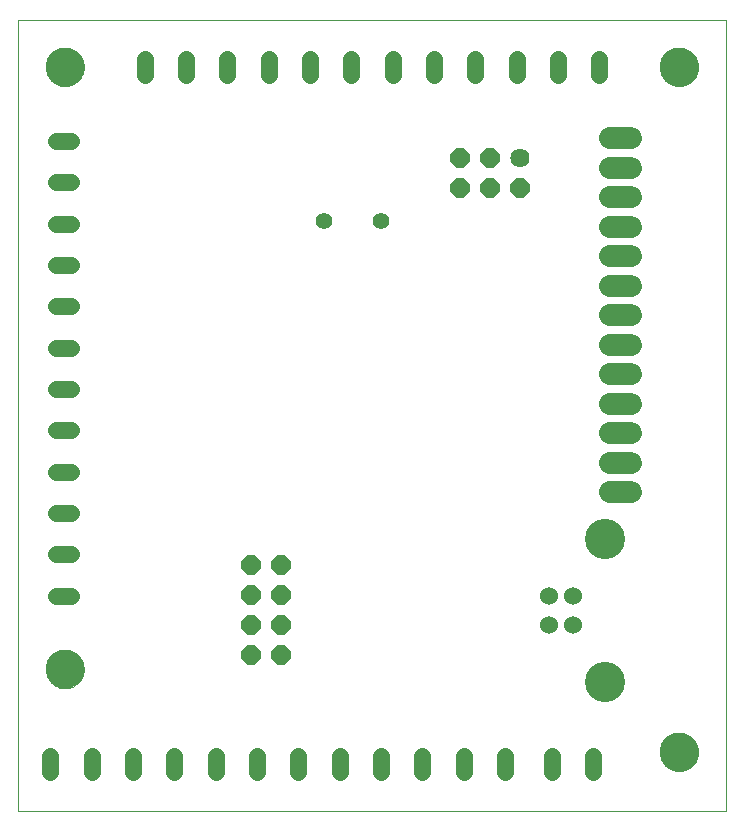
<source format=gbs>
G75*
%MOIN*%
%OFA0B0*%
%FSLAX24Y24*%
%IPPOS*%
%LPD*%
%AMOC8*
5,1,8,0,0,1.08239X$1,22.5*
%
%ADD10C,0.0000*%
%ADD11C,0.0560*%
%ADD12C,0.0555*%
%ADD13C,0.0740*%
%ADD14C,0.0640*%
%ADD15OC8,0.0640*%
%ADD16C,0.0600*%
%ADD17C,0.1340*%
%ADD18C,0.1300*%
D10*
X000389Y000891D02*
X000389Y027269D01*
X024011Y027269D01*
X024011Y000891D01*
X000389Y000891D01*
X001333Y005615D02*
X001335Y005665D01*
X001341Y005715D01*
X001351Y005764D01*
X001365Y005812D01*
X001382Y005859D01*
X001403Y005904D01*
X001428Y005948D01*
X001456Y005989D01*
X001488Y006028D01*
X001522Y006065D01*
X001559Y006099D01*
X001599Y006129D01*
X001641Y006156D01*
X001685Y006180D01*
X001731Y006201D01*
X001778Y006217D01*
X001826Y006230D01*
X001876Y006239D01*
X001925Y006244D01*
X001976Y006245D01*
X002026Y006242D01*
X002075Y006235D01*
X002124Y006224D01*
X002172Y006209D01*
X002218Y006191D01*
X002263Y006169D01*
X002306Y006143D01*
X002347Y006114D01*
X002386Y006082D01*
X002422Y006047D01*
X002454Y006009D01*
X002484Y005969D01*
X002511Y005926D01*
X002534Y005882D01*
X002553Y005836D01*
X002569Y005788D01*
X002581Y005739D01*
X002589Y005690D01*
X002593Y005640D01*
X002593Y005590D01*
X002589Y005540D01*
X002581Y005491D01*
X002569Y005442D01*
X002553Y005394D01*
X002534Y005348D01*
X002511Y005304D01*
X002484Y005261D01*
X002454Y005221D01*
X002422Y005183D01*
X002386Y005148D01*
X002347Y005116D01*
X002306Y005087D01*
X002263Y005061D01*
X002218Y005039D01*
X002172Y005021D01*
X002124Y005006D01*
X002075Y004995D01*
X002026Y004988D01*
X001976Y004985D01*
X001925Y004986D01*
X001876Y004991D01*
X001826Y005000D01*
X001778Y005013D01*
X001731Y005029D01*
X001685Y005050D01*
X001641Y005074D01*
X001599Y005101D01*
X001559Y005131D01*
X001522Y005165D01*
X001488Y005202D01*
X001456Y005241D01*
X001428Y005282D01*
X001403Y005326D01*
X001382Y005371D01*
X001365Y005418D01*
X001351Y005466D01*
X001341Y005515D01*
X001335Y005565D01*
X001333Y005615D01*
X001333Y025694D02*
X001335Y025744D01*
X001341Y025794D01*
X001351Y025843D01*
X001365Y025891D01*
X001382Y025938D01*
X001403Y025983D01*
X001428Y026027D01*
X001456Y026068D01*
X001488Y026107D01*
X001522Y026144D01*
X001559Y026178D01*
X001599Y026208D01*
X001641Y026235D01*
X001685Y026259D01*
X001731Y026280D01*
X001778Y026296D01*
X001826Y026309D01*
X001876Y026318D01*
X001925Y026323D01*
X001976Y026324D01*
X002026Y026321D01*
X002075Y026314D01*
X002124Y026303D01*
X002172Y026288D01*
X002218Y026270D01*
X002263Y026248D01*
X002306Y026222D01*
X002347Y026193D01*
X002386Y026161D01*
X002422Y026126D01*
X002454Y026088D01*
X002484Y026048D01*
X002511Y026005D01*
X002534Y025961D01*
X002553Y025915D01*
X002569Y025867D01*
X002581Y025818D01*
X002589Y025769D01*
X002593Y025719D01*
X002593Y025669D01*
X002589Y025619D01*
X002581Y025570D01*
X002569Y025521D01*
X002553Y025473D01*
X002534Y025427D01*
X002511Y025383D01*
X002484Y025340D01*
X002454Y025300D01*
X002422Y025262D01*
X002386Y025227D01*
X002347Y025195D01*
X002306Y025166D01*
X002263Y025140D01*
X002218Y025118D01*
X002172Y025100D01*
X002124Y025085D01*
X002075Y025074D01*
X002026Y025067D01*
X001976Y025064D01*
X001925Y025065D01*
X001876Y025070D01*
X001826Y025079D01*
X001778Y025092D01*
X001731Y025108D01*
X001685Y025129D01*
X001641Y025153D01*
X001599Y025180D01*
X001559Y025210D01*
X001522Y025244D01*
X001488Y025281D01*
X001456Y025320D01*
X001428Y025361D01*
X001403Y025405D01*
X001382Y025450D01*
X001365Y025497D01*
X001351Y025545D01*
X001341Y025594D01*
X001335Y025644D01*
X001333Y025694D01*
X021806Y025694D02*
X021808Y025744D01*
X021814Y025794D01*
X021824Y025843D01*
X021838Y025891D01*
X021855Y025938D01*
X021876Y025983D01*
X021901Y026027D01*
X021929Y026068D01*
X021961Y026107D01*
X021995Y026144D01*
X022032Y026178D01*
X022072Y026208D01*
X022114Y026235D01*
X022158Y026259D01*
X022204Y026280D01*
X022251Y026296D01*
X022299Y026309D01*
X022349Y026318D01*
X022398Y026323D01*
X022449Y026324D01*
X022499Y026321D01*
X022548Y026314D01*
X022597Y026303D01*
X022645Y026288D01*
X022691Y026270D01*
X022736Y026248D01*
X022779Y026222D01*
X022820Y026193D01*
X022859Y026161D01*
X022895Y026126D01*
X022927Y026088D01*
X022957Y026048D01*
X022984Y026005D01*
X023007Y025961D01*
X023026Y025915D01*
X023042Y025867D01*
X023054Y025818D01*
X023062Y025769D01*
X023066Y025719D01*
X023066Y025669D01*
X023062Y025619D01*
X023054Y025570D01*
X023042Y025521D01*
X023026Y025473D01*
X023007Y025427D01*
X022984Y025383D01*
X022957Y025340D01*
X022927Y025300D01*
X022895Y025262D01*
X022859Y025227D01*
X022820Y025195D01*
X022779Y025166D01*
X022736Y025140D01*
X022691Y025118D01*
X022645Y025100D01*
X022597Y025085D01*
X022548Y025074D01*
X022499Y025067D01*
X022449Y025064D01*
X022398Y025065D01*
X022349Y025070D01*
X022299Y025079D01*
X022251Y025092D01*
X022204Y025108D01*
X022158Y025129D01*
X022114Y025153D01*
X022072Y025180D01*
X022032Y025210D01*
X021995Y025244D01*
X021961Y025281D01*
X021929Y025320D01*
X021901Y025361D01*
X021876Y025405D01*
X021855Y025450D01*
X021838Y025497D01*
X021824Y025545D01*
X021814Y025594D01*
X021808Y025644D01*
X021806Y025694D01*
X021806Y002859D02*
X021808Y002909D01*
X021814Y002959D01*
X021824Y003008D01*
X021838Y003056D01*
X021855Y003103D01*
X021876Y003148D01*
X021901Y003192D01*
X021929Y003233D01*
X021961Y003272D01*
X021995Y003309D01*
X022032Y003343D01*
X022072Y003373D01*
X022114Y003400D01*
X022158Y003424D01*
X022204Y003445D01*
X022251Y003461D01*
X022299Y003474D01*
X022349Y003483D01*
X022398Y003488D01*
X022449Y003489D01*
X022499Y003486D01*
X022548Y003479D01*
X022597Y003468D01*
X022645Y003453D01*
X022691Y003435D01*
X022736Y003413D01*
X022779Y003387D01*
X022820Y003358D01*
X022859Y003326D01*
X022895Y003291D01*
X022927Y003253D01*
X022957Y003213D01*
X022984Y003170D01*
X023007Y003126D01*
X023026Y003080D01*
X023042Y003032D01*
X023054Y002983D01*
X023062Y002934D01*
X023066Y002884D01*
X023066Y002834D01*
X023062Y002784D01*
X023054Y002735D01*
X023042Y002686D01*
X023026Y002638D01*
X023007Y002592D01*
X022984Y002548D01*
X022957Y002505D01*
X022927Y002465D01*
X022895Y002427D01*
X022859Y002392D01*
X022820Y002360D01*
X022779Y002331D01*
X022736Y002305D01*
X022691Y002283D01*
X022645Y002265D01*
X022597Y002250D01*
X022548Y002239D01*
X022499Y002232D01*
X022449Y002229D01*
X022398Y002230D01*
X022349Y002235D01*
X022299Y002244D01*
X022251Y002257D01*
X022204Y002273D01*
X022158Y002294D01*
X022114Y002318D01*
X022072Y002345D01*
X022032Y002375D01*
X021995Y002409D01*
X021961Y002446D01*
X021929Y002485D01*
X021901Y002526D01*
X021876Y002570D01*
X021855Y002615D01*
X021838Y002662D01*
X021824Y002710D01*
X021814Y002759D01*
X021808Y002809D01*
X021806Y002859D01*
D11*
X012510Y020576D03*
X010610Y020576D03*
D12*
X010133Y025436D02*
X010133Y025951D01*
X008755Y025951D02*
X008755Y025436D01*
X007377Y025436D02*
X007377Y025951D01*
X005999Y025951D02*
X005999Y025436D01*
X004621Y025436D02*
X004621Y025951D01*
X002172Y023233D02*
X001657Y023233D01*
X001657Y021855D02*
X002172Y021855D01*
X002172Y020477D02*
X001657Y020477D01*
X001657Y019099D02*
X002172Y019099D01*
X002172Y017721D02*
X001657Y017721D01*
X001657Y016343D02*
X002172Y016343D01*
X002172Y014965D02*
X001657Y014965D01*
X001657Y013587D02*
X002172Y013587D01*
X002172Y012209D02*
X001657Y012209D01*
X001657Y010831D02*
X002172Y010831D01*
X002172Y009454D02*
X001657Y009454D01*
X001657Y008076D02*
X002172Y008076D01*
X002849Y002723D02*
X002849Y002208D01*
X001471Y002208D02*
X001471Y002723D01*
X004227Y002723D02*
X004227Y002208D01*
X005605Y002208D02*
X005605Y002723D01*
X006983Y002723D02*
X006983Y002208D01*
X008361Y002208D02*
X008361Y002723D01*
X009739Y002723D02*
X009739Y002208D01*
X011117Y002208D02*
X011117Y002723D01*
X012495Y002723D02*
X012495Y002208D01*
X013873Y002208D02*
X013873Y002723D01*
X015251Y002723D02*
X015251Y002208D01*
X016629Y002208D02*
X016629Y002723D01*
X018204Y002723D02*
X018204Y002208D01*
X019581Y002208D02*
X019581Y002723D01*
X019778Y025436D02*
X019778Y025951D01*
X018400Y025951D02*
X018400Y025436D01*
X017022Y025436D02*
X017022Y025951D01*
X015644Y025951D02*
X015644Y025436D01*
X014267Y025436D02*
X014267Y025951D01*
X012889Y025951D02*
X012889Y025436D01*
X011511Y025436D02*
X011511Y025951D01*
D13*
X020117Y023331D02*
X020817Y023331D01*
X020817Y022347D02*
X020117Y022347D01*
X020117Y021363D02*
X020817Y021363D01*
X020817Y020379D02*
X020117Y020379D01*
X020117Y019394D02*
X020817Y019394D01*
X020817Y018410D02*
X020117Y018410D01*
X020117Y017426D02*
X020817Y017426D01*
X020817Y016442D02*
X020117Y016442D01*
X020117Y015457D02*
X020817Y015457D01*
X020817Y014473D02*
X020117Y014473D01*
X020117Y013489D02*
X020817Y013489D01*
X020817Y012505D02*
X020117Y012505D01*
X020117Y011520D02*
X020817Y011520D01*
D14*
X017137Y022650D03*
D15*
X017137Y021650D03*
X016137Y021650D03*
X015137Y021650D03*
X015137Y022650D03*
X016137Y022650D03*
X009156Y009083D03*
X009156Y008083D03*
X009156Y007083D03*
X009156Y006083D03*
X008156Y006083D03*
X008156Y007083D03*
X008156Y008083D03*
X008156Y009083D03*
D16*
X018113Y008076D03*
X018893Y008076D03*
X018893Y007091D03*
X018113Y007091D03*
D17*
X019963Y005213D03*
X019963Y009953D03*
D18*
X022436Y002859D03*
X022436Y025694D03*
X001963Y025694D03*
X001963Y005615D03*
M02*

</source>
